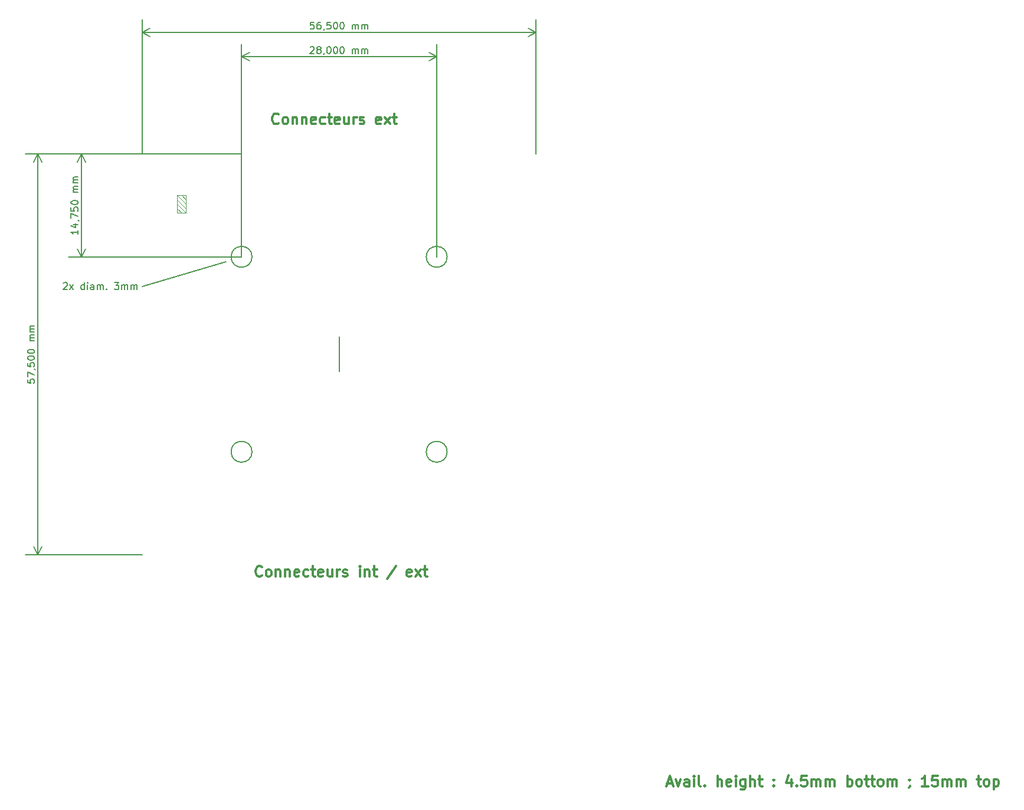
<source format=gbr>
G04 #@! TF.GenerationSoftware,KiCad,Pcbnew,5.1.10*
G04 #@! TF.CreationDate,2021-09-27T12:50:11+02:00*
G04 #@! TF.ProjectId,KXKM_ESP32_battery_management_board,4b584b4d-5f45-4535-9033-325f62617474,3.0*
G04 #@! TF.SameCoordinates,PX623a7c0PY839b680*
G04 #@! TF.FileFunction,OtherDrawing,Comment*
%FSLAX46Y46*%
G04 Gerber Fmt 4.6, Leading zero omitted, Abs format (unit mm)*
G04 Created by KiCad (PCBNEW 5.1.10) date 2021-09-27 12:50:11*
%MOMM*%
%LPD*%
G01*
G04 APERTURE LIST*
%ADD10C,0.150000*%
%ADD11C,0.200000*%
%ADD12C,0.300000*%
%ADD13C,0.100000*%
G04 APERTURE END LIST*
D10*
X0Y38500000D02*
X12000000Y42000000D01*
X-11309524Y38952381D02*
X-11261905Y39000000D01*
X-11166667Y39047620D01*
X-10928572Y39047620D01*
X-10833334Y39000000D01*
X-10785715Y38952381D01*
X-10738096Y38857143D01*
X-10738096Y38761905D01*
X-10785715Y38619048D01*
X-11357143Y38047620D01*
X-10738096Y38047620D01*
X-10404762Y38047620D02*
X-9880953Y38714286D01*
X-10404762Y38714286D02*
X-9880953Y38047620D01*
X-8309524Y38047620D02*
X-8309524Y39047620D01*
X-8309524Y38095239D02*
X-8404762Y38047620D01*
X-8595239Y38047620D01*
X-8690477Y38095239D01*
X-8738096Y38142858D01*
X-8785715Y38238096D01*
X-8785715Y38523810D01*
X-8738096Y38619048D01*
X-8690477Y38666667D01*
X-8595239Y38714286D01*
X-8404762Y38714286D01*
X-8309524Y38666667D01*
X-7833334Y38047620D02*
X-7833334Y38714286D01*
X-7833334Y39047620D02*
X-7880953Y39000000D01*
X-7833334Y38952381D01*
X-7785715Y39000000D01*
X-7833334Y39047620D01*
X-7833334Y38952381D01*
X-6928572Y38047620D02*
X-6928572Y38571429D01*
X-6976191Y38666667D01*
X-7071429Y38714286D01*
X-7261905Y38714286D01*
X-7357143Y38666667D01*
X-6928572Y38095239D02*
X-7023810Y38047620D01*
X-7261905Y38047620D01*
X-7357143Y38095239D01*
X-7404762Y38190477D01*
X-7404762Y38285715D01*
X-7357143Y38380953D01*
X-7261905Y38428572D01*
X-7023810Y38428572D01*
X-6928572Y38476191D01*
X-6452381Y38047620D02*
X-6452381Y38714286D01*
X-6452381Y38619048D02*
X-6404762Y38666667D01*
X-6309524Y38714286D01*
X-6166667Y38714286D01*
X-6071429Y38666667D01*
X-6023810Y38571429D01*
X-6023810Y38047620D01*
X-6023810Y38571429D02*
X-5976191Y38666667D01*
X-5880953Y38714286D01*
X-5738096Y38714286D01*
X-5642858Y38666667D01*
X-5595239Y38571429D01*
X-5595239Y38047620D01*
X-5119048Y38142858D02*
X-5071429Y38095239D01*
X-5119048Y38047620D01*
X-5166667Y38095239D01*
X-5119048Y38142858D01*
X-5119048Y38047620D01*
X-3976191Y39047620D02*
X-3357143Y39047620D01*
X-3690477Y38666667D01*
X-3547620Y38666667D01*
X-3452381Y38619048D01*
X-3404762Y38571429D01*
X-3357143Y38476191D01*
X-3357143Y38238096D01*
X-3404762Y38142858D01*
X-3452381Y38095239D01*
X-3547620Y38047620D01*
X-3833334Y38047620D01*
X-3928572Y38095239D01*
X-3976191Y38142858D01*
X-2928572Y38047620D02*
X-2928572Y38714286D01*
X-2928572Y38619048D02*
X-2880953Y38666667D01*
X-2785715Y38714286D01*
X-2642858Y38714286D01*
X-2547620Y38666667D01*
X-2500000Y38571429D01*
X-2500000Y38047620D01*
X-2500000Y38571429D02*
X-2452381Y38666667D01*
X-2357143Y38714286D01*
X-2214286Y38714286D01*
X-2119048Y38666667D01*
X-2071429Y38571429D01*
X-2071429Y38047620D01*
X-1595239Y38047620D02*
X-1595239Y38714286D01*
X-1595239Y38619048D02*
X-1547620Y38666667D01*
X-1452381Y38714286D01*
X-1309524Y38714286D01*
X-1214286Y38666667D01*
X-1166667Y38571429D01*
X-1166667Y38047620D01*
X-1166667Y38571429D02*
X-1119048Y38666667D01*
X-1023810Y38714286D01*
X-880953Y38714286D01*
X-785715Y38666667D01*
X-738096Y38571429D01*
X-738096Y38047620D01*
D11*
X28250000Y31250000D02*
X28250000Y26250000D01*
X-16447620Y25130953D02*
X-16447620Y24654762D01*
X-15971429Y24607143D01*
X-16019048Y24654762D01*
X-16066667Y24750000D01*
X-16066667Y24988096D01*
X-16019048Y25083334D01*
X-15971429Y25130953D01*
X-15876191Y25178572D01*
X-15638096Y25178572D01*
X-15542858Y25130953D01*
X-15495239Y25083334D01*
X-15447620Y24988096D01*
X-15447620Y24750000D01*
X-15495239Y24654762D01*
X-15542858Y24607143D01*
X-16447620Y25511905D02*
X-16447620Y26178572D01*
X-15447620Y25750000D01*
X-15495239Y26607143D02*
X-15447620Y26607143D01*
X-15352381Y26559524D01*
X-15304762Y26511905D01*
X-16447620Y27511905D02*
X-16447620Y27035715D01*
X-15971429Y26988096D01*
X-16019048Y27035715D01*
X-16066667Y27130953D01*
X-16066667Y27369048D01*
X-16019048Y27464286D01*
X-15971429Y27511905D01*
X-15876191Y27559524D01*
X-15638096Y27559524D01*
X-15542858Y27511905D01*
X-15495239Y27464286D01*
X-15447620Y27369048D01*
X-15447620Y27130953D01*
X-15495239Y27035715D01*
X-15542858Y26988096D01*
X-16447620Y28178572D02*
X-16447620Y28273810D01*
X-16400000Y28369048D01*
X-16352381Y28416667D01*
X-16257143Y28464286D01*
X-16066667Y28511905D01*
X-15828572Y28511905D01*
X-15638096Y28464286D01*
X-15542858Y28416667D01*
X-15495239Y28369048D01*
X-15447620Y28273810D01*
X-15447620Y28178572D01*
X-15495239Y28083334D01*
X-15542858Y28035715D01*
X-15638096Y27988096D01*
X-15828572Y27940477D01*
X-16066667Y27940477D01*
X-16257143Y27988096D01*
X-16352381Y28035715D01*
X-16400000Y28083334D01*
X-16447620Y28178572D01*
X-16447620Y29130953D02*
X-16447620Y29226191D01*
X-16400000Y29321429D01*
X-16352381Y29369048D01*
X-16257143Y29416667D01*
X-16066667Y29464286D01*
X-15828572Y29464286D01*
X-15638096Y29416667D01*
X-15542858Y29369048D01*
X-15495239Y29321429D01*
X-15447620Y29226191D01*
X-15447620Y29130953D01*
X-15495239Y29035715D01*
X-15542858Y28988096D01*
X-15638096Y28940477D01*
X-15828572Y28892858D01*
X-16066667Y28892858D01*
X-16257143Y28940477D01*
X-16352381Y28988096D01*
X-16400000Y29035715D01*
X-16447620Y29130953D01*
X-15447620Y30654762D02*
X-16114286Y30654762D01*
X-16019048Y30654762D02*
X-16066667Y30702381D01*
X-16114286Y30797620D01*
X-16114286Y30940477D01*
X-16066667Y31035715D01*
X-15971429Y31083334D01*
X-15447620Y31083334D01*
X-15971429Y31083334D02*
X-16066667Y31130953D01*
X-16114286Y31226191D01*
X-16114286Y31369048D01*
X-16066667Y31464286D01*
X-15971429Y31511905D01*
X-15447620Y31511905D01*
X-15447620Y31988096D02*
X-16114286Y31988096D01*
X-16019048Y31988096D02*
X-16066667Y32035715D01*
X-16114286Y32130953D01*
X-16114286Y32273810D01*
X-16066667Y32369048D01*
X-15971429Y32416667D01*
X-15447620Y32416667D01*
X-15971429Y32416667D02*
X-16066667Y32464286D01*
X-16114286Y32559524D01*
X-16114286Y32702381D01*
X-16066667Y32797620D01*
X-15971429Y32845239D01*
X-15447620Y32845239D01*
X-15000000Y0D02*
X-15000000Y57500000D01*
X0Y0D02*
X-16800000Y0D01*
X0Y57500000D02*
X-16800000Y57500000D01*
X-15000000Y57500000D02*
X-14413579Y56373496D01*
X-15000000Y57500000D02*
X-15586421Y56373496D01*
X-15000000Y0D02*
X-14413579Y1126504D01*
X-15000000Y0D02*
X-15586421Y1126504D01*
X-9197620Y46553572D02*
X-9197620Y45982143D01*
X-9197620Y46267858D02*
X-10197620Y46267858D01*
X-10054762Y46172620D01*
X-9959524Y46077381D01*
X-9911905Y45982143D01*
X-9864286Y47410715D02*
X-9197620Y47410715D01*
X-10245239Y47172620D02*
X-9530953Y46934524D01*
X-9530953Y47553572D01*
X-9245239Y47982143D02*
X-9197620Y47982143D01*
X-9102381Y47934524D01*
X-9054762Y47886905D01*
X-10197620Y48315477D02*
X-10197620Y48982143D01*
X-9197620Y48553572D01*
X-10197620Y49839286D02*
X-10197620Y49363096D01*
X-9721429Y49315477D01*
X-9769048Y49363096D01*
X-9816667Y49458334D01*
X-9816667Y49696429D01*
X-9769048Y49791667D01*
X-9721429Y49839286D01*
X-9626191Y49886905D01*
X-9388096Y49886905D01*
X-9292858Y49839286D01*
X-9245239Y49791667D01*
X-9197620Y49696429D01*
X-9197620Y49458334D01*
X-9245239Y49363096D01*
X-9292858Y49315477D01*
X-10197620Y50505953D02*
X-10197620Y50601191D01*
X-10150000Y50696429D01*
X-10102381Y50744048D01*
X-10007143Y50791667D01*
X-9816667Y50839286D01*
X-9578572Y50839286D01*
X-9388096Y50791667D01*
X-9292858Y50744048D01*
X-9245239Y50696429D01*
X-9197620Y50601191D01*
X-9197620Y50505953D01*
X-9245239Y50410715D01*
X-9292858Y50363096D01*
X-9388096Y50315477D01*
X-9578572Y50267858D01*
X-9816667Y50267858D01*
X-10007143Y50315477D01*
X-10102381Y50363096D01*
X-10150000Y50410715D01*
X-10197620Y50505953D01*
X-9197620Y52029762D02*
X-9864286Y52029762D01*
X-9769048Y52029762D02*
X-9816667Y52077381D01*
X-9864286Y52172620D01*
X-9864286Y52315477D01*
X-9816667Y52410715D01*
X-9721429Y52458334D01*
X-9197620Y52458334D01*
X-9721429Y52458334D02*
X-9816667Y52505953D01*
X-9864286Y52601191D01*
X-9864286Y52744048D01*
X-9816667Y52839286D01*
X-9721429Y52886905D01*
X-9197620Y52886905D01*
X-9197620Y53363096D02*
X-9864286Y53363096D01*
X-9769048Y53363096D02*
X-9816667Y53410715D01*
X-9864286Y53505953D01*
X-9864286Y53648810D01*
X-9816667Y53744048D01*
X-9721429Y53791667D01*
X-9197620Y53791667D01*
X-9721429Y53791667D02*
X-9816667Y53839286D01*
X-9864286Y53934524D01*
X-9864286Y54077381D01*
X-9816667Y54172620D01*
X-9721429Y54220239D01*
X-9197620Y54220239D01*
X-8750000Y42750000D02*
X-8750000Y57500000D01*
X14250000Y42750000D02*
X-10550000Y42750000D01*
X14250000Y57500000D02*
X-10550000Y57500000D01*
X-8750000Y57500000D02*
X-8163579Y56373496D01*
X-8750000Y57500000D02*
X-9336421Y56373496D01*
X-8750000Y42750000D02*
X-8163579Y43876504D01*
X-8750000Y42750000D02*
X-9336421Y43876504D01*
X24107142Y72852381D02*
X24154761Y72900000D01*
X24250000Y72947620D01*
X24488095Y72947620D01*
X24583333Y72900000D01*
X24630952Y72852381D01*
X24678571Y72757143D01*
X24678571Y72661905D01*
X24630952Y72519048D01*
X24059523Y71947620D01*
X24678571Y71947620D01*
X25250000Y72519048D02*
X25154761Y72566667D01*
X25107142Y72614286D01*
X25059523Y72709524D01*
X25059523Y72757143D01*
X25107142Y72852381D01*
X25154761Y72900000D01*
X25250000Y72947620D01*
X25440476Y72947620D01*
X25535714Y72900000D01*
X25583333Y72852381D01*
X25630952Y72757143D01*
X25630952Y72709524D01*
X25583333Y72614286D01*
X25535714Y72566667D01*
X25440476Y72519048D01*
X25250000Y72519048D01*
X25154761Y72471429D01*
X25107142Y72423810D01*
X25059523Y72328572D01*
X25059523Y72138096D01*
X25107142Y72042858D01*
X25154761Y71995239D01*
X25250000Y71947620D01*
X25440476Y71947620D01*
X25535714Y71995239D01*
X25583333Y72042858D01*
X25630952Y72138096D01*
X25630952Y72328572D01*
X25583333Y72423810D01*
X25535714Y72471429D01*
X25440476Y72519048D01*
X26107142Y71995239D02*
X26107142Y71947620D01*
X26059523Y71852381D01*
X26011904Y71804762D01*
X26726190Y72947620D02*
X26821428Y72947620D01*
X26916666Y72900000D01*
X26964285Y72852381D01*
X27011904Y72757143D01*
X27059523Y72566667D01*
X27059523Y72328572D01*
X27011904Y72138096D01*
X26964285Y72042858D01*
X26916666Y71995239D01*
X26821428Y71947620D01*
X26726190Y71947620D01*
X26630952Y71995239D01*
X26583333Y72042858D01*
X26535714Y72138096D01*
X26488095Y72328572D01*
X26488095Y72566667D01*
X26535714Y72757143D01*
X26583333Y72852381D01*
X26630952Y72900000D01*
X26726190Y72947620D01*
X27678571Y72947620D02*
X27773809Y72947620D01*
X27869047Y72900000D01*
X27916666Y72852381D01*
X27964285Y72757143D01*
X28011904Y72566667D01*
X28011904Y72328572D01*
X27964285Y72138096D01*
X27916666Y72042858D01*
X27869047Y71995239D01*
X27773809Y71947620D01*
X27678571Y71947620D01*
X27583333Y71995239D01*
X27535714Y72042858D01*
X27488095Y72138096D01*
X27440476Y72328572D01*
X27440476Y72566667D01*
X27488095Y72757143D01*
X27535714Y72852381D01*
X27583333Y72900000D01*
X27678571Y72947620D01*
X28630952Y72947620D02*
X28726190Y72947620D01*
X28821428Y72900000D01*
X28869047Y72852381D01*
X28916666Y72757143D01*
X28964285Y72566667D01*
X28964285Y72328572D01*
X28916666Y72138096D01*
X28869047Y72042858D01*
X28821428Y71995239D01*
X28726190Y71947620D01*
X28630952Y71947620D01*
X28535714Y71995239D01*
X28488095Y72042858D01*
X28440476Y72138096D01*
X28392857Y72328572D01*
X28392857Y72566667D01*
X28440476Y72757143D01*
X28488095Y72852381D01*
X28535714Y72900000D01*
X28630952Y72947620D01*
X30154761Y71947620D02*
X30154761Y72614286D01*
X30154761Y72519048D02*
X30202380Y72566667D01*
X30297619Y72614286D01*
X30440476Y72614286D01*
X30535714Y72566667D01*
X30583333Y72471429D01*
X30583333Y71947620D01*
X30583333Y72471429D02*
X30630952Y72566667D01*
X30726190Y72614286D01*
X30869047Y72614286D01*
X30964285Y72566667D01*
X31011904Y72471429D01*
X31011904Y71947620D01*
X31488095Y71947620D02*
X31488095Y72614286D01*
X31488095Y72519048D02*
X31535714Y72566667D01*
X31630952Y72614286D01*
X31773809Y72614286D01*
X31869047Y72566667D01*
X31916666Y72471429D01*
X31916666Y71947620D01*
X31916666Y72471429D02*
X31964285Y72566667D01*
X32059523Y72614286D01*
X32202380Y72614286D01*
X32297619Y72566667D01*
X32345238Y72471429D01*
X32345238Y71947620D01*
X14250000Y71500000D02*
X42250000Y71500000D01*
X14250000Y42750000D02*
X14250000Y73300000D01*
X42250000Y42750000D02*
X42250000Y73300000D01*
X42250000Y71500000D02*
X41123496Y70913579D01*
X42250000Y71500000D02*
X41123496Y72086421D01*
X14250000Y71500000D02*
X15376504Y70913579D01*
X14250000Y71500000D02*
X15376504Y72086421D01*
X24630952Y76447620D02*
X24154761Y76447620D01*
X24107142Y75971429D01*
X24154761Y76019048D01*
X24250000Y76066667D01*
X24488095Y76066667D01*
X24583333Y76019048D01*
X24630952Y75971429D01*
X24678571Y75876191D01*
X24678571Y75638096D01*
X24630952Y75542858D01*
X24583333Y75495239D01*
X24488095Y75447620D01*
X24250000Y75447620D01*
X24154761Y75495239D01*
X24107142Y75542858D01*
X25535714Y76447620D02*
X25345238Y76447620D01*
X25250000Y76400000D01*
X25202380Y76352381D01*
X25107142Y76209524D01*
X25059523Y76019048D01*
X25059523Y75638096D01*
X25107142Y75542858D01*
X25154761Y75495239D01*
X25250000Y75447620D01*
X25440476Y75447620D01*
X25535714Y75495239D01*
X25583333Y75542858D01*
X25630952Y75638096D01*
X25630952Y75876191D01*
X25583333Y75971429D01*
X25535714Y76019048D01*
X25440476Y76066667D01*
X25250000Y76066667D01*
X25154761Y76019048D01*
X25107142Y75971429D01*
X25059523Y75876191D01*
X26107142Y75495239D02*
X26107142Y75447620D01*
X26059523Y75352381D01*
X26011904Y75304762D01*
X27011904Y76447620D02*
X26535714Y76447620D01*
X26488095Y75971429D01*
X26535714Y76019048D01*
X26630952Y76066667D01*
X26869047Y76066667D01*
X26964285Y76019048D01*
X27011904Y75971429D01*
X27059523Y75876191D01*
X27059523Y75638096D01*
X27011904Y75542858D01*
X26964285Y75495239D01*
X26869047Y75447620D01*
X26630952Y75447620D01*
X26535714Y75495239D01*
X26488095Y75542858D01*
X27678571Y76447620D02*
X27773809Y76447620D01*
X27869047Y76400000D01*
X27916666Y76352381D01*
X27964285Y76257143D01*
X28011904Y76066667D01*
X28011904Y75828572D01*
X27964285Y75638096D01*
X27916666Y75542858D01*
X27869047Y75495239D01*
X27773809Y75447620D01*
X27678571Y75447620D01*
X27583333Y75495239D01*
X27535714Y75542858D01*
X27488095Y75638096D01*
X27440476Y75828572D01*
X27440476Y76066667D01*
X27488095Y76257143D01*
X27535714Y76352381D01*
X27583333Y76400000D01*
X27678571Y76447620D01*
X28630952Y76447620D02*
X28726190Y76447620D01*
X28821428Y76400000D01*
X28869047Y76352381D01*
X28916666Y76257143D01*
X28964285Y76066667D01*
X28964285Y75828572D01*
X28916666Y75638096D01*
X28869047Y75542858D01*
X28821428Y75495239D01*
X28726190Y75447620D01*
X28630952Y75447620D01*
X28535714Y75495239D01*
X28488095Y75542858D01*
X28440476Y75638096D01*
X28392857Y75828572D01*
X28392857Y76066667D01*
X28440476Y76257143D01*
X28488095Y76352381D01*
X28535714Y76400000D01*
X28630952Y76447620D01*
X30154761Y75447620D02*
X30154761Y76114286D01*
X30154761Y76019048D02*
X30202380Y76066667D01*
X30297619Y76114286D01*
X30440476Y76114286D01*
X30535714Y76066667D01*
X30583333Y75971429D01*
X30583333Y75447620D01*
X30583333Y75971429D02*
X30630952Y76066667D01*
X30726190Y76114286D01*
X30869047Y76114286D01*
X30964285Y76066667D01*
X31011904Y75971429D01*
X31011904Y75447620D01*
X31488095Y75447620D02*
X31488095Y76114286D01*
X31488095Y76019048D02*
X31535714Y76066667D01*
X31630952Y76114286D01*
X31773809Y76114286D01*
X31869047Y76066667D01*
X31916666Y75971429D01*
X31916666Y75447620D01*
X31916666Y75971429D02*
X31964285Y76066667D01*
X32059523Y76114286D01*
X32202380Y76114286D01*
X32297619Y76066667D01*
X32345238Y75971429D01*
X32345238Y75447620D01*
X0Y75000000D02*
X56500000Y75000000D01*
X0Y57500000D02*
X0Y76800000D01*
X56500000Y57500000D02*
X56500000Y76800000D01*
X56500000Y75000000D02*
X55373496Y74413579D01*
X56500000Y75000000D02*
X55373496Y75586421D01*
X0Y75000000D02*
X1126504Y74413579D01*
X0Y75000000D02*
X1126504Y75586421D01*
D12*
X75314285Y-32850000D02*
X76028571Y-32850000D01*
X75171428Y-33278571D02*
X75671428Y-31778571D01*
X76171428Y-33278571D01*
X76528571Y-32278571D02*
X76885714Y-33278571D01*
X77242857Y-32278571D01*
X78457142Y-33278571D02*
X78457142Y-32492857D01*
X78385714Y-32350000D01*
X78242857Y-32278571D01*
X77957142Y-32278571D01*
X77814285Y-32350000D01*
X78457142Y-33207142D02*
X78314285Y-33278571D01*
X77957142Y-33278571D01*
X77814285Y-33207142D01*
X77742857Y-33064285D01*
X77742857Y-32921428D01*
X77814285Y-32778571D01*
X77957142Y-32707142D01*
X78314285Y-32707142D01*
X78457142Y-32635714D01*
X79171428Y-33278571D02*
X79171428Y-32278571D01*
X79171428Y-31778571D02*
X79100000Y-31850000D01*
X79171428Y-31921428D01*
X79242857Y-31850000D01*
X79171428Y-31778571D01*
X79171428Y-31921428D01*
X80100000Y-33278571D02*
X79957142Y-33207142D01*
X79885714Y-33064285D01*
X79885714Y-31778571D01*
X80671428Y-33135714D02*
X80742857Y-33207142D01*
X80671428Y-33278571D01*
X80600000Y-33207142D01*
X80671428Y-33135714D01*
X80671428Y-33278571D01*
X82528571Y-33278571D02*
X82528571Y-31778571D01*
X83171428Y-33278571D02*
X83171428Y-32492857D01*
X83100000Y-32350000D01*
X82957142Y-32278571D01*
X82742857Y-32278571D01*
X82600000Y-32350000D01*
X82528571Y-32421428D01*
X84457142Y-33207142D02*
X84314285Y-33278571D01*
X84028571Y-33278571D01*
X83885714Y-33207142D01*
X83814285Y-33064285D01*
X83814285Y-32492857D01*
X83885714Y-32350000D01*
X84028571Y-32278571D01*
X84314285Y-32278571D01*
X84457142Y-32350000D01*
X84528571Y-32492857D01*
X84528571Y-32635714D01*
X83814285Y-32778571D01*
X85171428Y-33278571D02*
X85171428Y-32278571D01*
X85171428Y-31778571D02*
X85100000Y-31850000D01*
X85171428Y-31921428D01*
X85242857Y-31850000D01*
X85171428Y-31778571D01*
X85171428Y-31921428D01*
X86528571Y-32278571D02*
X86528571Y-33492857D01*
X86457142Y-33635714D01*
X86385714Y-33707142D01*
X86242857Y-33778571D01*
X86028571Y-33778571D01*
X85885714Y-33707142D01*
X86528571Y-33207142D02*
X86385714Y-33278571D01*
X86100000Y-33278571D01*
X85957142Y-33207142D01*
X85885714Y-33135714D01*
X85814285Y-32992857D01*
X85814285Y-32564285D01*
X85885714Y-32421428D01*
X85957142Y-32350000D01*
X86100000Y-32278571D01*
X86385714Y-32278571D01*
X86528571Y-32350000D01*
X87242857Y-33278571D02*
X87242857Y-31778571D01*
X87885714Y-33278571D02*
X87885714Y-32492857D01*
X87814285Y-32350000D01*
X87671428Y-32278571D01*
X87457142Y-32278571D01*
X87314285Y-32350000D01*
X87242857Y-32421428D01*
X88385714Y-32278571D02*
X88957142Y-32278571D01*
X88600000Y-31778571D02*
X88600000Y-33064285D01*
X88671428Y-33207142D01*
X88814285Y-33278571D01*
X88957142Y-33278571D01*
X90600000Y-33135714D02*
X90671428Y-33207142D01*
X90600000Y-33278571D01*
X90528571Y-33207142D01*
X90600000Y-33135714D01*
X90600000Y-33278571D01*
X90600000Y-32350000D02*
X90671428Y-32421428D01*
X90600000Y-32492857D01*
X90528571Y-32421428D01*
X90600000Y-32350000D01*
X90600000Y-32492857D01*
X93100000Y-32278571D02*
X93100000Y-33278571D01*
X92742857Y-31707142D02*
X92385714Y-32778571D01*
X93314285Y-32778571D01*
X93885714Y-33135714D02*
X93957142Y-33207142D01*
X93885714Y-33278571D01*
X93814285Y-33207142D01*
X93885714Y-33135714D01*
X93885714Y-33278571D01*
X95314285Y-31778571D02*
X94600000Y-31778571D01*
X94528571Y-32492857D01*
X94600000Y-32421428D01*
X94742857Y-32350000D01*
X95100000Y-32350000D01*
X95242857Y-32421428D01*
X95314285Y-32492857D01*
X95385714Y-32635714D01*
X95385714Y-32992857D01*
X95314285Y-33135714D01*
X95242857Y-33207142D01*
X95100000Y-33278571D01*
X94742857Y-33278571D01*
X94600000Y-33207142D01*
X94528571Y-33135714D01*
X96028571Y-33278571D02*
X96028571Y-32278571D01*
X96028571Y-32421428D02*
X96100000Y-32350000D01*
X96242857Y-32278571D01*
X96457142Y-32278571D01*
X96600000Y-32350000D01*
X96671428Y-32492857D01*
X96671428Y-33278571D01*
X96671428Y-32492857D02*
X96742857Y-32350000D01*
X96885714Y-32278571D01*
X97100000Y-32278571D01*
X97242857Y-32350000D01*
X97314285Y-32492857D01*
X97314285Y-33278571D01*
X98028571Y-33278571D02*
X98028571Y-32278571D01*
X98028571Y-32421428D02*
X98100000Y-32350000D01*
X98242857Y-32278571D01*
X98457142Y-32278571D01*
X98600000Y-32350000D01*
X98671428Y-32492857D01*
X98671428Y-33278571D01*
X98671428Y-32492857D02*
X98742857Y-32350000D01*
X98885714Y-32278571D01*
X99100000Y-32278571D01*
X99242857Y-32350000D01*
X99314285Y-32492857D01*
X99314285Y-33278571D01*
X101171428Y-33278571D02*
X101171428Y-31778571D01*
X101171428Y-32350000D02*
X101314285Y-32278571D01*
X101600000Y-32278571D01*
X101742857Y-32350000D01*
X101814285Y-32421428D01*
X101885714Y-32564285D01*
X101885714Y-32992857D01*
X101814285Y-33135714D01*
X101742857Y-33207142D01*
X101600000Y-33278571D01*
X101314285Y-33278571D01*
X101171428Y-33207142D01*
X102742857Y-33278571D02*
X102600000Y-33207142D01*
X102528571Y-33135714D01*
X102457142Y-32992857D01*
X102457142Y-32564285D01*
X102528571Y-32421428D01*
X102600000Y-32350000D01*
X102742857Y-32278571D01*
X102957142Y-32278571D01*
X103100000Y-32350000D01*
X103171428Y-32421428D01*
X103242857Y-32564285D01*
X103242857Y-32992857D01*
X103171428Y-33135714D01*
X103100000Y-33207142D01*
X102957142Y-33278571D01*
X102742857Y-33278571D01*
X103671428Y-32278571D02*
X104242857Y-32278571D01*
X103885714Y-31778571D02*
X103885714Y-33064285D01*
X103957142Y-33207142D01*
X104100000Y-33278571D01*
X104242857Y-33278571D01*
X104528571Y-32278571D02*
X105100000Y-32278571D01*
X104742857Y-31778571D02*
X104742857Y-33064285D01*
X104814285Y-33207142D01*
X104957142Y-33278571D01*
X105100000Y-33278571D01*
X105814285Y-33278571D02*
X105671428Y-33207142D01*
X105600000Y-33135714D01*
X105528571Y-32992857D01*
X105528571Y-32564285D01*
X105600000Y-32421428D01*
X105671428Y-32350000D01*
X105814285Y-32278571D01*
X106028571Y-32278571D01*
X106171428Y-32350000D01*
X106242857Y-32421428D01*
X106314285Y-32564285D01*
X106314285Y-32992857D01*
X106242857Y-33135714D01*
X106171428Y-33207142D01*
X106028571Y-33278571D01*
X105814285Y-33278571D01*
X106957142Y-33278571D02*
X106957142Y-32278571D01*
X106957142Y-32421428D02*
X107028571Y-32350000D01*
X107171428Y-32278571D01*
X107385714Y-32278571D01*
X107528571Y-32350000D01*
X107600000Y-32492857D01*
X107600000Y-33278571D01*
X107600000Y-32492857D02*
X107671428Y-32350000D01*
X107814285Y-32278571D01*
X108028571Y-32278571D01*
X108171428Y-32350000D01*
X108242857Y-32492857D01*
X108242857Y-33278571D01*
X110171428Y-33207142D02*
X110171428Y-33278571D01*
X110100000Y-33421428D01*
X110028571Y-33492857D01*
X110100000Y-32350000D02*
X110171428Y-32421428D01*
X110100000Y-32492857D01*
X110028571Y-32421428D01*
X110100000Y-32350000D01*
X110100000Y-32492857D01*
X112742857Y-33278571D02*
X111885714Y-33278571D01*
X112314285Y-33278571D02*
X112314285Y-31778571D01*
X112171428Y-31992857D01*
X112028571Y-32135714D01*
X111885714Y-32207142D01*
X114100000Y-31778571D02*
X113385714Y-31778571D01*
X113314285Y-32492857D01*
X113385714Y-32421428D01*
X113528571Y-32350000D01*
X113885714Y-32350000D01*
X114028571Y-32421428D01*
X114100000Y-32492857D01*
X114171428Y-32635714D01*
X114171428Y-32992857D01*
X114100000Y-33135714D01*
X114028571Y-33207142D01*
X113885714Y-33278571D01*
X113528571Y-33278571D01*
X113385714Y-33207142D01*
X113314285Y-33135714D01*
X114814285Y-33278571D02*
X114814285Y-32278571D01*
X114814285Y-32421428D02*
X114885714Y-32350000D01*
X115028571Y-32278571D01*
X115242857Y-32278571D01*
X115385714Y-32350000D01*
X115457142Y-32492857D01*
X115457142Y-33278571D01*
X115457142Y-32492857D02*
X115528571Y-32350000D01*
X115671428Y-32278571D01*
X115885714Y-32278571D01*
X116028571Y-32350000D01*
X116100000Y-32492857D01*
X116100000Y-33278571D01*
X116814285Y-33278571D02*
X116814285Y-32278571D01*
X116814285Y-32421428D02*
X116885714Y-32350000D01*
X117028571Y-32278571D01*
X117242857Y-32278571D01*
X117385714Y-32350000D01*
X117457142Y-32492857D01*
X117457142Y-33278571D01*
X117457142Y-32492857D02*
X117528571Y-32350000D01*
X117671428Y-32278571D01*
X117885714Y-32278571D01*
X118028571Y-32350000D01*
X118100000Y-32492857D01*
X118100000Y-33278571D01*
X119742857Y-32278571D02*
X120314285Y-32278571D01*
X119957142Y-31778571D02*
X119957142Y-33064285D01*
X120028571Y-33207142D01*
X120171428Y-33278571D01*
X120314285Y-33278571D01*
X121028571Y-33278571D02*
X120885714Y-33207142D01*
X120814285Y-33135714D01*
X120742857Y-32992857D01*
X120742857Y-32564285D01*
X120814285Y-32421428D01*
X120885714Y-32350000D01*
X121028571Y-32278571D01*
X121242857Y-32278571D01*
X121385714Y-32350000D01*
X121457142Y-32421428D01*
X121528571Y-32564285D01*
X121528571Y-32992857D01*
X121457142Y-33135714D01*
X121385714Y-33207142D01*
X121242857Y-33278571D01*
X121028571Y-33278571D01*
X122171428Y-32278571D02*
X122171428Y-33778571D01*
X122171428Y-32350000D02*
X122314285Y-32278571D01*
X122600000Y-32278571D01*
X122742857Y-32350000D01*
X122814285Y-32421428D01*
X122885714Y-32564285D01*
X122885714Y-32992857D01*
X122814285Y-33135714D01*
X122742857Y-33207142D01*
X122600000Y-33278571D01*
X122314285Y-33278571D01*
X122171428Y-33207142D01*
X17178571Y-3035714D02*
X17107142Y-3107142D01*
X16892857Y-3178571D01*
X16750000Y-3178571D01*
X16535714Y-3107142D01*
X16392857Y-2964285D01*
X16321428Y-2821428D01*
X16250000Y-2535714D01*
X16250000Y-2321428D01*
X16321428Y-2035714D01*
X16392857Y-1892857D01*
X16535714Y-1750000D01*
X16750000Y-1678571D01*
X16892857Y-1678571D01*
X17107142Y-1750000D01*
X17178571Y-1821428D01*
X18035714Y-3178571D02*
X17892857Y-3107142D01*
X17821428Y-3035714D01*
X17750000Y-2892857D01*
X17750000Y-2464285D01*
X17821428Y-2321428D01*
X17892857Y-2250000D01*
X18035714Y-2178571D01*
X18250000Y-2178571D01*
X18392857Y-2250000D01*
X18464285Y-2321428D01*
X18535714Y-2464285D01*
X18535714Y-2892857D01*
X18464285Y-3035714D01*
X18392857Y-3107142D01*
X18250000Y-3178571D01*
X18035714Y-3178571D01*
X19178571Y-2178571D02*
X19178571Y-3178571D01*
X19178571Y-2321428D02*
X19250000Y-2250000D01*
X19392857Y-2178571D01*
X19607142Y-2178571D01*
X19750000Y-2250000D01*
X19821428Y-2392857D01*
X19821428Y-3178571D01*
X20535714Y-2178571D02*
X20535714Y-3178571D01*
X20535714Y-2321428D02*
X20607142Y-2250000D01*
X20750000Y-2178571D01*
X20964285Y-2178571D01*
X21107142Y-2250000D01*
X21178571Y-2392857D01*
X21178571Y-3178571D01*
X22464285Y-3107142D02*
X22321428Y-3178571D01*
X22035714Y-3178571D01*
X21892857Y-3107142D01*
X21821428Y-2964285D01*
X21821428Y-2392857D01*
X21892857Y-2250000D01*
X22035714Y-2178571D01*
X22321428Y-2178571D01*
X22464285Y-2250000D01*
X22535714Y-2392857D01*
X22535714Y-2535714D01*
X21821428Y-2678571D01*
X23821428Y-3107142D02*
X23678571Y-3178571D01*
X23392857Y-3178571D01*
X23250000Y-3107142D01*
X23178571Y-3035714D01*
X23107142Y-2892857D01*
X23107142Y-2464285D01*
X23178571Y-2321428D01*
X23250000Y-2250000D01*
X23392857Y-2178571D01*
X23678571Y-2178571D01*
X23821428Y-2250000D01*
X24250000Y-2178571D02*
X24821428Y-2178571D01*
X24464285Y-1678571D02*
X24464285Y-2964285D01*
X24535714Y-3107142D01*
X24678571Y-3178571D01*
X24821428Y-3178571D01*
X25892857Y-3107142D02*
X25750000Y-3178571D01*
X25464285Y-3178571D01*
X25321428Y-3107142D01*
X25250000Y-2964285D01*
X25250000Y-2392857D01*
X25321428Y-2250000D01*
X25464285Y-2178571D01*
X25750000Y-2178571D01*
X25892857Y-2250000D01*
X25964285Y-2392857D01*
X25964285Y-2535714D01*
X25250000Y-2678571D01*
X27250000Y-2178571D02*
X27250000Y-3178571D01*
X26607142Y-2178571D02*
X26607142Y-2964285D01*
X26678571Y-3107142D01*
X26821428Y-3178571D01*
X27035714Y-3178571D01*
X27178571Y-3107142D01*
X27250000Y-3035714D01*
X27964285Y-3178571D02*
X27964285Y-2178571D01*
X27964285Y-2464285D02*
X28035714Y-2321428D01*
X28107142Y-2250000D01*
X28250000Y-2178571D01*
X28392857Y-2178571D01*
X28821428Y-3107142D02*
X28964285Y-3178571D01*
X29250000Y-3178571D01*
X29392857Y-3107142D01*
X29464285Y-2964285D01*
X29464285Y-2892857D01*
X29392857Y-2750000D01*
X29250000Y-2678571D01*
X29035714Y-2678571D01*
X28892857Y-2607142D01*
X28821428Y-2464285D01*
X28821428Y-2392857D01*
X28892857Y-2250000D01*
X29035714Y-2178571D01*
X29250000Y-2178571D01*
X29392857Y-2250000D01*
X31250000Y-3178571D02*
X31250000Y-2178571D01*
X31250000Y-1678571D02*
X31178571Y-1750000D01*
X31250000Y-1821428D01*
X31321428Y-1750000D01*
X31250000Y-1678571D01*
X31250000Y-1821428D01*
X31964285Y-2178571D02*
X31964285Y-3178571D01*
X31964285Y-2321428D02*
X32035714Y-2250000D01*
X32178571Y-2178571D01*
X32392857Y-2178571D01*
X32535714Y-2250000D01*
X32607142Y-2392857D01*
X32607142Y-3178571D01*
X33107142Y-2178571D02*
X33678571Y-2178571D01*
X33321428Y-1678571D02*
X33321428Y-2964285D01*
X33392857Y-3107142D01*
X33535714Y-3178571D01*
X33678571Y-3178571D01*
X36392857Y-1607142D02*
X35107142Y-3535714D01*
X38607142Y-3107142D02*
X38464285Y-3178571D01*
X38178571Y-3178571D01*
X38035714Y-3107142D01*
X37964285Y-2964285D01*
X37964285Y-2392857D01*
X38035714Y-2250000D01*
X38178571Y-2178571D01*
X38464285Y-2178571D01*
X38607142Y-2250000D01*
X38678571Y-2392857D01*
X38678571Y-2535714D01*
X37964285Y-2678571D01*
X39178571Y-3178571D02*
X39964285Y-2178571D01*
X39178571Y-2178571D02*
X39964285Y-3178571D01*
X40321428Y-2178571D02*
X40892857Y-2178571D01*
X40535714Y-1678571D02*
X40535714Y-2964285D01*
X40607142Y-3107142D01*
X40750000Y-3178571D01*
X40892857Y-3178571D01*
X19571428Y61964286D02*
X19500000Y61892858D01*
X19285714Y61821429D01*
X19142857Y61821429D01*
X18928571Y61892858D01*
X18785714Y62035715D01*
X18714285Y62178572D01*
X18642857Y62464286D01*
X18642857Y62678572D01*
X18714285Y62964286D01*
X18785714Y63107143D01*
X18928571Y63250000D01*
X19142857Y63321429D01*
X19285714Y63321429D01*
X19500000Y63250000D01*
X19571428Y63178572D01*
X20428571Y61821429D02*
X20285714Y61892858D01*
X20214285Y61964286D01*
X20142857Y62107143D01*
X20142857Y62535715D01*
X20214285Y62678572D01*
X20285714Y62750000D01*
X20428571Y62821429D01*
X20642857Y62821429D01*
X20785714Y62750000D01*
X20857142Y62678572D01*
X20928571Y62535715D01*
X20928571Y62107143D01*
X20857142Y61964286D01*
X20785714Y61892858D01*
X20642857Y61821429D01*
X20428571Y61821429D01*
X21571428Y62821429D02*
X21571428Y61821429D01*
X21571428Y62678572D02*
X21642857Y62750000D01*
X21785714Y62821429D01*
X22000000Y62821429D01*
X22142857Y62750000D01*
X22214285Y62607143D01*
X22214285Y61821429D01*
X22928571Y62821429D02*
X22928571Y61821429D01*
X22928571Y62678572D02*
X23000000Y62750000D01*
X23142857Y62821429D01*
X23357142Y62821429D01*
X23500000Y62750000D01*
X23571428Y62607143D01*
X23571428Y61821429D01*
X24857142Y61892858D02*
X24714285Y61821429D01*
X24428571Y61821429D01*
X24285714Y61892858D01*
X24214285Y62035715D01*
X24214285Y62607143D01*
X24285714Y62750000D01*
X24428571Y62821429D01*
X24714285Y62821429D01*
X24857142Y62750000D01*
X24928571Y62607143D01*
X24928571Y62464286D01*
X24214285Y62321429D01*
X26214285Y61892858D02*
X26071428Y61821429D01*
X25785714Y61821429D01*
X25642857Y61892858D01*
X25571428Y61964286D01*
X25500000Y62107143D01*
X25500000Y62535715D01*
X25571428Y62678572D01*
X25642857Y62750000D01*
X25785714Y62821429D01*
X26071428Y62821429D01*
X26214285Y62750000D01*
X26642857Y62821429D02*
X27214285Y62821429D01*
X26857142Y63321429D02*
X26857142Y62035715D01*
X26928571Y61892858D01*
X27071428Y61821429D01*
X27214285Y61821429D01*
X28285714Y61892858D02*
X28142857Y61821429D01*
X27857142Y61821429D01*
X27714285Y61892858D01*
X27642857Y62035715D01*
X27642857Y62607143D01*
X27714285Y62750000D01*
X27857142Y62821429D01*
X28142857Y62821429D01*
X28285714Y62750000D01*
X28357142Y62607143D01*
X28357142Y62464286D01*
X27642857Y62321429D01*
X29642857Y62821429D02*
X29642857Y61821429D01*
X29000000Y62821429D02*
X29000000Y62035715D01*
X29071428Y61892858D01*
X29214285Y61821429D01*
X29428571Y61821429D01*
X29571428Y61892858D01*
X29642857Y61964286D01*
X30357142Y61821429D02*
X30357142Y62821429D01*
X30357142Y62535715D02*
X30428571Y62678572D01*
X30500000Y62750000D01*
X30642857Y62821429D01*
X30785714Y62821429D01*
X31214285Y61892858D02*
X31357142Y61821429D01*
X31642857Y61821429D01*
X31785714Y61892858D01*
X31857142Y62035715D01*
X31857142Y62107143D01*
X31785714Y62250000D01*
X31642857Y62321429D01*
X31428571Y62321429D01*
X31285714Y62392858D01*
X31214285Y62535715D01*
X31214285Y62607143D01*
X31285714Y62750000D01*
X31428571Y62821429D01*
X31642857Y62821429D01*
X31785714Y62750000D01*
X34214285Y61892858D02*
X34071428Y61821429D01*
X33785714Y61821429D01*
X33642857Y61892858D01*
X33571428Y62035715D01*
X33571428Y62607143D01*
X33642857Y62750000D01*
X33785714Y62821429D01*
X34071428Y62821429D01*
X34214285Y62750000D01*
X34285714Y62607143D01*
X34285714Y62464286D01*
X33571428Y62321429D01*
X34785714Y61821429D02*
X35571428Y62821429D01*
X34785714Y62821429D02*
X35571428Y61821429D01*
X35928571Y62821429D02*
X36500000Y62821429D01*
X36142857Y63321429D02*
X36142857Y62035715D01*
X36214285Y61892858D01*
X36357142Y61821429D01*
X36500000Y61821429D01*
D11*
X15750000Y14750000D02*
G75*
G03*
X15750000Y14750000I-1500000J0D01*
G01*
X43750000Y14750000D02*
G75*
G03*
X43750000Y14750000I-1500000J0D01*
G01*
X43750000Y42750000D02*
G75*
G03*
X43750000Y42750000I-1500000J0D01*
G01*
X15750000Y42750000D02*
G75*
G03*
X15750000Y42750000I-1500000J0D01*
G01*
D13*
X5005000Y49665000D02*
X5640000Y49030000D01*
X5005000Y50300000D02*
X6275000Y49030000D01*
X5005000Y50935000D02*
X6275000Y49665000D01*
X5640000Y51570000D02*
X6275000Y50935000D01*
X5005000Y51570000D02*
X6275000Y50300000D01*
X6275000Y51570000D02*
X6275000Y49030000D01*
X6275000Y49030000D02*
X5005000Y49030000D01*
X5005000Y49030000D02*
X5005000Y51570000D01*
X5005000Y51570000D02*
X6275000Y51570000D01*
M02*

</source>
